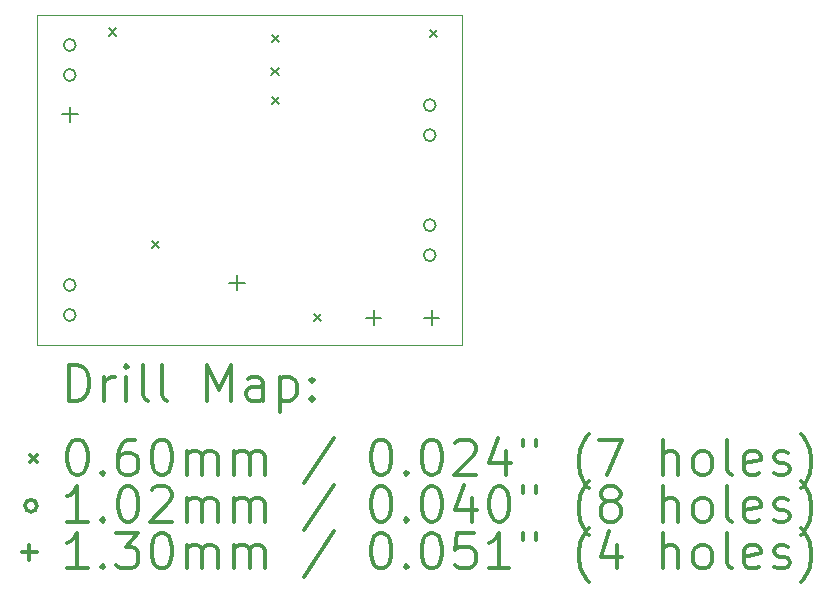
<source format=gbr>
%FSLAX45Y45*%
G04 Gerber Fmt 4.5, Leading zero omitted, Abs format (unit mm)*
G04 Created by KiCad (PCBNEW 4.0.7) date 10/02/18 16:36:15*
%MOMM*%
%LPD*%
G01*
G04 APERTURE LIST*
%ADD10C,0.127000*%
%ADD11C,0.025400*%
%ADD12C,0.200000*%
%ADD13C,0.300000*%
G04 APERTURE END LIST*
D10*
D11*
X12400000Y-11500000D02*
X12400000Y-8700000D01*
X16000000Y-11500000D02*
X12400000Y-11500000D01*
X16000000Y-8700000D02*
X16000000Y-11500000D01*
X12400000Y-8700000D02*
X16000000Y-8700000D01*
D12*
X13005000Y-8817000D02*
X13065000Y-8877000D01*
X13065000Y-8817000D02*
X13005000Y-8877000D01*
X13374000Y-10615000D02*
X13434000Y-10675000D01*
X13434000Y-10615000D02*
X13374000Y-10675000D01*
X14384000Y-9151000D02*
X14444000Y-9211000D01*
X14444000Y-9151000D02*
X14384000Y-9211000D01*
X14386000Y-8872000D02*
X14446000Y-8932000D01*
X14446000Y-8872000D02*
X14386000Y-8932000D01*
X14391000Y-9396000D02*
X14451000Y-9456000D01*
X14451000Y-9396000D02*
X14391000Y-9456000D01*
X14747000Y-11234000D02*
X14807000Y-11294000D01*
X14807000Y-11234000D02*
X14747000Y-11294000D01*
X15724000Y-8832000D02*
X15784000Y-8892000D01*
X15784000Y-8832000D02*
X15724000Y-8892000D01*
X12726800Y-8957000D02*
G75*
G03X12726800Y-8957000I-50800J0D01*
G01*
X12726800Y-9211000D02*
G75*
G03X12726800Y-9211000I-50800J0D01*
G01*
X12726800Y-10989000D02*
G75*
G03X12726800Y-10989000I-50800J0D01*
G01*
X12726800Y-11243000D02*
G75*
G03X12726800Y-11243000I-50800J0D01*
G01*
X15774800Y-9466000D02*
G75*
G03X15774800Y-9466000I-50800J0D01*
G01*
X15774800Y-9720000D02*
G75*
G03X15774800Y-9720000I-50800J0D01*
G01*
X15774800Y-10482000D02*
G75*
G03X15774800Y-10482000I-50800J0D01*
G01*
X15774800Y-10736000D02*
G75*
G03X15774800Y-10736000I-50800J0D01*
G01*
X12678000Y-9478976D02*
X12678000Y-9609024D01*
X12612976Y-9544000D02*
X12743024Y-9544000D01*
X14093000Y-10903976D02*
X14093000Y-11034024D01*
X14027976Y-10969000D02*
X14158024Y-10969000D01*
X15248000Y-11200976D02*
X15248000Y-11331024D01*
X15182976Y-11266000D02*
X15313024Y-11266000D01*
X15741000Y-11199976D02*
X15741000Y-11330024D01*
X15675976Y-11265000D02*
X15806024Y-11265000D01*
D13*
X12670158Y-11966984D02*
X12670158Y-11666984D01*
X12741587Y-11666984D01*
X12784444Y-11681270D01*
X12813016Y-11709841D01*
X12827301Y-11738413D01*
X12841587Y-11795556D01*
X12841587Y-11838413D01*
X12827301Y-11895556D01*
X12813016Y-11924127D01*
X12784444Y-11952699D01*
X12741587Y-11966984D01*
X12670158Y-11966984D01*
X12970158Y-11966984D02*
X12970158Y-11766984D01*
X12970158Y-11824127D02*
X12984444Y-11795556D01*
X12998730Y-11781270D01*
X13027301Y-11766984D01*
X13055873Y-11766984D01*
X13155873Y-11966984D02*
X13155873Y-11766984D01*
X13155873Y-11666984D02*
X13141587Y-11681270D01*
X13155873Y-11695556D01*
X13170158Y-11681270D01*
X13155873Y-11666984D01*
X13155873Y-11695556D01*
X13341587Y-11966984D02*
X13313016Y-11952699D01*
X13298730Y-11924127D01*
X13298730Y-11666984D01*
X13498730Y-11966984D02*
X13470158Y-11952699D01*
X13455873Y-11924127D01*
X13455873Y-11666984D01*
X13841587Y-11966984D02*
X13841587Y-11666984D01*
X13941587Y-11881270D01*
X14041587Y-11666984D01*
X14041587Y-11966984D01*
X14313016Y-11966984D02*
X14313016Y-11809841D01*
X14298730Y-11781270D01*
X14270158Y-11766984D01*
X14213016Y-11766984D01*
X14184444Y-11781270D01*
X14313016Y-11952699D02*
X14284444Y-11966984D01*
X14213016Y-11966984D01*
X14184444Y-11952699D01*
X14170158Y-11924127D01*
X14170158Y-11895556D01*
X14184444Y-11866984D01*
X14213016Y-11852699D01*
X14284444Y-11852699D01*
X14313016Y-11838413D01*
X14455873Y-11766984D02*
X14455873Y-12066984D01*
X14455873Y-11781270D02*
X14484444Y-11766984D01*
X14541587Y-11766984D01*
X14570158Y-11781270D01*
X14584444Y-11795556D01*
X14598730Y-11824127D01*
X14598730Y-11909841D01*
X14584444Y-11938413D01*
X14570158Y-11952699D01*
X14541587Y-11966984D01*
X14484444Y-11966984D01*
X14455873Y-11952699D01*
X14727301Y-11938413D02*
X14741587Y-11952699D01*
X14727301Y-11966984D01*
X14713016Y-11952699D01*
X14727301Y-11938413D01*
X14727301Y-11966984D01*
X14727301Y-11781270D02*
X14741587Y-11795556D01*
X14727301Y-11809841D01*
X14713016Y-11795556D01*
X14727301Y-11781270D01*
X14727301Y-11809841D01*
X12338730Y-12431270D02*
X12398730Y-12491270D01*
X12398730Y-12431270D02*
X12338730Y-12491270D01*
X12727301Y-12296984D02*
X12755873Y-12296984D01*
X12784444Y-12311270D01*
X12798730Y-12325556D01*
X12813016Y-12354127D01*
X12827301Y-12411270D01*
X12827301Y-12482699D01*
X12813016Y-12539841D01*
X12798730Y-12568413D01*
X12784444Y-12582699D01*
X12755873Y-12596984D01*
X12727301Y-12596984D01*
X12698730Y-12582699D01*
X12684444Y-12568413D01*
X12670158Y-12539841D01*
X12655873Y-12482699D01*
X12655873Y-12411270D01*
X12670158Y-12354127D01*
X12684444Y-12325556D01*
X12698730Y-12311270D01*
X12727301Y-12296984D01*
X12955873Y-12568413D02*
X12970158Y-12582699D01*
X12955873Y-12596984D01*
X12941587Y-12582699D01*
X12955873Y-12568413D01*
X12955873Y-12596984D01*
X13227301Y-12296984D02*
X13170158Y-12296984D01*
X13141587Y-12311270D01*
X13127301Y-12325556D01*
X13098730Y-12368413D01*
X13084444Y-12425556D01*
X13084444Y-12539841D01*
X13098730Y-12568413D01*
X13113016Y-12582699D01*
X13141587Y-12596984D01*
X13198730Y-12596984D01*
X13227301Y-12582699D01*
X13241587Y-12568413D01*
X13255873Y-12539841D01*
X13255873Y-12468413D01*
X13241587Y-12439841D01*
X13227301Y-12425556D01*
X13198730Y-12411270D01*
X13141587Y-12411270D01*
X13113016Y-12425556D01*
X13098730Y-12439841D01*
X13084444Y-12468413D01*
X13441587Y-12296984D02*
X13470158Y-12296984D01*
X13498730Y-12311270D01*
X13513016Y-12325556D01*
X13527301Y-12354127D01*
X13541587Y-12411270D01*
X13541587Y-12482699D01*
X13527301Y-12539841D01*
X13513016Y-12568413D01*
X13498730Y-12582699D01*
X13470158Y-12596984D01*
X13441587Y-12596984D01*
X13413016Y-12582699D01*
X13398730Y-12568413D01*
X13384444Y-12539841D01*
X13370158Y-12482699D01*
X13370158Y-12411270D01*
X13384444Y-12354127D01*
X13398730Y-12325556D01*
X13413016Y-12311270D01*
X13441587Y-12296984D01*
X13670158Y-12596984D02*
X13670158Y-12396984D01*
X13670158Y-12425556D02*
X13684444Y-12411270D01*
X13713016Y-12396984D01*
X13755873Y-12396984D01*
X13784444Y-12411270D01*
X13798730Y-12439841D01*
X13798730Y-12596984D01*
X13798730Y-12439841D02*
X13813016Y-12411270D01*
X13841587Y-12396984D01*
X13884444Y-12396984D01*
X13913016Y-12411270D01*
X13927301Y-12439841D01*
X13927301Y-12596984D01*
X14070158Y-12596984D02*
X14070158Y-12396984D01*
X14070158Y-12425556D02*
X14084444Y-12411270D01*
X14113016Y-12396984D01*
X14155873Y-12396984D01*
X14184444Y-12411270D01*
X14198730Y-12439841D01*
X14198730Y-12596984D01*
X14198730Y-12439841D02*
X14213016Y-12411270D01*
X14241587Y-12396984D01*
X14284444Y-12396984D01*
X14313016Y-12411270D01*
X14327301Y-12439841D01*
X14327301Y-12596984D01*
X14913016Y-12282699D02*
X14655873Y-12668413D01*
X15298730Y-12296984D02*
X15327301Y-12296984D01*
X15355873Y-12311270D01*
X15370158Y-12325556D01*
X15384444Y-12354127D01*
X15398730Y-12411270D01*
X15398730Y-12482699D01*
X15384444Y-12539841D01*
X15370158Y-12568413D01*
X15355873Y-12582699D01*
X15327301Y-12596984D01*
X15298730Y-12596984D01*
X15270158Y-12582699D01*
X15255873Y-12568413D01*
X15241587Y-12539841D01*
X15227301Y-12482699D01*
X15227301Y-12411270D01*
X15241587Y-12354127D01*
X15255873Y-12325556D01*
X15270158Y-12311270D01*
X15298730Y-12296984D01*
X15527301Y-12568413D02*
X15541587Y-12582699D01*
X15527301Y-12596984D01*
X15513016Y-12582699D01*
X15527301Y-12568413D01*
X15527301Y-12596984D01*
X15727301Y-12296984D02*
X15755873Y-12296984D01*
X15784444Y-12311270D01*
X15798730Y-12325556D01*
X15813015Y-12354127D01*
X15827301Y-12411270D01*
X15827301Y-12482699D01*
X15813015Y-12539841D01*
X15798730Y-12568413D01*
X15784444Y-12582699D01*
X15755873Y-12596984D01*
X15727301Y-12596984D01*
X15698730Y-12582699D01*
X15684444Y-12568413D01*
X15670158Y-12539841D01*
X15655873Y-12482699D01*
X15655873Y-12411270D01*
X15670158Y-12354127D01*
X15684444Y-12325556D01*
X15698730Y-12311270D01*
X15727301Y-12296984D01*
X15941587Y-12325556D02*
X15955873Y-12311270D01*
X15984444Y-12296984D01*
X16055873Y-12296984D01*
X16084444Y-12311270D01*
X16098730Y-12325556D01*
X16113015Y-12354127D01*
X16113015Y-12382699D01*
X16098730Y-12425556D01*
X15927301Y-12596984D01*
X16113015Y-12596984D01*
X16370158Y-12396984D02*
X16370158Y-12596984D01*
X16298730Y-12282699D02*
X16227301Y-12496984D01*
X16413015Y-12496984D01*
X16513016Y-12296984D02*
X16513016Y-12354127D01*
X16627301Y-12296984D02*
X16627301Y-12354127D01*
X17070158Y-12711270D02*
X17055873Y-12696984D01*
X17027301Y-12654127D01*
X17013016Y-12625556D01*
X16998730Y-12582699D01*
X16984444Y-12511270D01*
X16984444Y-12454127D01*
X16998730Y-12382699D01*
X17013016Y-12339841D01*
X17027301Y-12311270D01*
X17055873Y-12268413D01*
X17070158Y-12254127D01*
X17155873Y-12296984D02*
X17355873Y-12296984D01*
X17227301Y-12596984D01*
X17698730Y-12596984D02*
X17698730Y-12296984D01*
X17827301Y-12596984D02*
X17827301Y-12439841D01*
X17813016Y-12411270D01*
X17784444Y-12396984D01*
X17741587Y-12396984D01*
X17713016Y-12411270D01*
X17698730Y-12425556D01*
X18013016Y-12596984D02*
X17984444Y-12582699D01*
X17970158Y-12568413D01*
X17955873Y-12539841D01*
X17955873Y-12454127D01*
X17970158Y-12425556D01*
X17984444Y-12411270D01*
X18013016Y-12396984D01*
X18055873Y-12396984D01*
X18084444Y-12411270D01*
X18098730Y-12425556D01*
X18113016Y-12454127D01*
X18113016Y-12539841D01*
X18098730Y-12568413D01*
X18084444Y-12582699D01*
X18055873Y-12596984D01*
X18013016Y-12596984D01*
X18284444Y-12596984D02*
X18255873Y-12582699D01*
X18241587Y-12554127D01*
X18241587Y-12296984D01*
X18513016Y-12582699D02*
X18484444Y-12596984D01*
X18427301Y-12596984D01*
X18398730Y-12582699D01*
X18384444Y-12554127D01*
X18384444Y-12439841D01*
X18398730Y-12411270D01*
X18427301Y-12396984D01*
X18484444Y-12396984D01*
X18513016Y-12411270D01*
X18527301Y-12439841D01*
X18527301Y-12468413D01*
X18384444Y-12496984D01*
X18641587Y-12582699D02*
X18670159Y-12596984D01*
X18727301Y-12596984D01*
X18755873Y-12582699D01*
X18770159Y-12554127D01*
X18770159Y-12539841D01*
X18755873Y-12511270D01*
X18727301Y-12496984D01*
X18684444Y-12496984D01*
X18655873Y-12482699D01*
X18641587Y-12454127D01*
X18641587Y-12439841D01*
X18655873Y-12411270D01*
X18684444Y-12396984D01*
X18727301Y-12396984D01*
X18755873Y-12411270D01*
X18870158Y-12711270D02*
X18884444Y-12696984D01*
X18913016Y-12654127D01*
X18927301Y-12625556D01*
X18941587Y-12582699D01*
X18955873Y-12511270D01*
X18955873Y-12454127D01*
X18941587Y-12382699D01*
X18927301Y-12339841D01*
X18913016Y-12311270D01*
X18884444Y-12268413D01*
X18870158Y-12254127D01*
X12398730Y-12857270D02*
G75*
G03X12398730Y-12857270I-50800J0D01*
G01*
X12827301Y-12992984D02*
X12655873Y-12992984D01*
X12741587Y-12992984D02*
X12741587Y-12692984D01*
X12713016Y-12735841D01*
X12684444Y-12764413D01*
X12655873Y-12778699D01*
X12955873Y-12964413D02*
X12970158Y-12978699D01*
X12955873Y-12992984D01*
X12941587Y-12978699D01*
X12955873Y-12964413D01*
X12955873Y-12992984D01*
X13155873Y-12692984D02*
X13184444Y-12692984D01*
X13213016Y-12707270D01*
X13227301Y-12721556D01*
X13241587Y-12750127D01*
X13255873Y-12807270D01*
X13255873Y-12878699D01*
X13241587Y-12935841D01*
X13227301Y-12964413D01*
X13213016Y-12978699D01*
X13184444Y-12992984D01*
X13155873Y-12992984D01*
X13127301Y-12978699D01*
X13113016Y-12964413D01*
X13098730Y-12935841D01*
X13084444Y-12878699D01*
X13084444Y-12807270D01*
X13098730Y-12750127D01*
X13113016Y-12721556D01*
X13127301Y-12707270D01*
X13155873Y-12692984D01*
X13370158Y-12721556D02*
X13384444Y-12707270D01*
X13413016Y-12692984D01*
X13484444Y-12692984D01*
X13513016Y-12707270D01*
X13527301Y-12721556D01*
X13541587Y-12750127D01*
X13541587Y-12778699D01*
X13527301Y-12821556D01*
X13355873Y-12992984D01*
X13541587Y-12992984D01*
X13670158Y-12992984D02*
X13670158Y-12792984D01*
X13670158Y-12821556D02*
X13684444Y-12807270D01*
X13713016Y-12792984D01*
X13755873Y-12792984D01*
X13784444Y-12807270D01*
X13798730Y-12835841D01*
X13798730Y-12992984D01*
X13798730Y-12835841D02*
X13813016Y-12807270D01*
X13841587Y-12792984D01*
X13884444Y-12792984D01*
X13913016Y-12807270D01*
X13927301Y-12835841D01*
X13927301Y-12992984D01*
X14070158Y-12992984D02*
X14070158Y-12792984D01*
X14070158Y-12821556D02*
X14084444Y-12807270D01*
X14113016Y-12792984D01*
X14155873Y-12792984D01*
X14184444Y-12807270D01*
X14198730Y-12835841D01*
X14198730Y-12992984D01*
X14198730Y-12835841D02*
X14213016Y-12807270D01*
X14241587Y-12792984D01*
X14284444Y-12792984D01*
X14313016Y-12807270D01*
X14327301Y-12835841D01*
X14327301Y-12992984D01*
X14913016Y-12678699D02*
X14655873Y-13064413D01*
X15298730Y-12692984D02*
X15327301Y-12692984D01*
X15355873Y-12707270D01*
X15370158Y-12721556D01*
X15384444Y-12750127D01*
X15398730Y-12807270D01*
X15398730Y-12878699D01*
X15384444Y-12935841D01*
X15370158Y-12964413D01*
X15355873Y-12978699D01*
X15327301Y-12992984D01*
X15298730Y-12992984D01*
X15270158Y-12978699D01*
X15255873Y-12964413D01*
X15241587Y-12935841D01*
X15227301Y-12878699D01*
X15227301Y-12807270D01*
X15241587Y-12750127D01*
X15255873Y-12721556D01*
X15270158Y-12707270D01*
X15298730Y-12692984D01*
X15527301Y-12964413D02*
X15541587Y-12978699D01*
X15527301Y-12992984D01*
X15513016Y-12978699D01*
X15527301Y-12964413D01*
X15527301Y-12992984D01*
X15727301Y-12692984D02*
X15755873Y-12692984D01*
X15784444Y-12707270D01*
X15798730Y-12721556D01*
X15813015Y-12750127D01*
X15827301Y-12807270D01*
X15827301Y-12878699D01*
X15813015Y-12935841D01*
X15798730Y-12964413D01*
X15784444Y-12978699D01*
X15755873Y-12992984D01*
X15727301Y-12992984D01*
X15698730Y-12978699D01*
X15684444Y-12964413D01*
X15670158Y-12935841D01*
X15655873Y-12878699D01*
X15655873Y-12807270D01*
X15670158Y-12750127D01*
X15684444Y-12721556D01*
X15698730Y-12707270D01*
X15727301Y-12692984D01*
X16084444Y-12792984D02*
X16084444Y-12992984D01*
X16013015Y-12678699D02*
X15941587Y-12892984D01*
X16127301Y-12892984D01*
X16298730Y-12692984D02*
X16327301Y-12692984D01*
X16355873Y-12707270D01*
X16370158Y-12721556D01*
X16384444Y-12750127D01*
X16398730Y-12807270D01*
X16398730Y-12878699D01*
X16384444Y-12935841D01*
X16370158Y-12964413D01*
X16355873Y-12978699D01*
X16327301Y-12992984D01*
X16298730Y-12992984D01*
X16270158Y-12978699D01*
X16255873Y-12964413D01*
X16241587Y-12935841D01*
X16227301Y-12878699D01*
X16227301Y-12807270D01*
X16241587Y-12750127D01*
X16255873Y-12721556D01*
X16270158Y-12707270D01*
X16298730Y-12692984D01*
X16513016Y-12692984D02*
X16513016Y-12750127D01*
X16627301Y-12692984D02*
X16627301Y-12750127D01*
X17070158Y-13107270D02*
X17055873Y-13092984D01*
X17027301Y-13050127D01*
X17013016Y-13021556D01*
X16998730Y-12978699D01*
X16984444Y-12907270D01*
X16984444Y-12850127D01*
X16998730Y-12778699D01*
X17013016Y-12735841D01*
X17027301Y-12707270D01*
X17055873Y-12664413D01*
X17070158Y-12650127D01*
X17227301Y-12821556D02*
X17198730Y-12807270D01*
X17184444Y-12792984D01*
X17170158Y-12764413D01*
X17170158Y-12750127D01*
X17184444Y-12721556D01*
X17198730Y-12707270D01*
X17227301Y-12692984D01*
X17284444Y-12692984D01*
X17313016Y-12707270D01*
X17327301Y-12721556D01*
X17341587Y-12750127D01*
X17341587Y-12764413D01*
X17327301Y-12792984D01*
X17313016Y-12807270D01*
X17284444Y-12821556D01*
X17227301Y-12821556D01*
X17198730Y-12835841D01*
X17184444Y-12850127D01*
X17170158Y-12878699D01*
X17170158Y-12935841D01*
X17184444Y-12964413D01*
X17198730Y-12978699D01*
X17227301Y-12992984D01*
X17284444Y-12992984D01*
X17313016Y-12978699D01*
X17327301Y-12964413D01*
X17341587Y-12935841D01*
X17341587Y-12878699D01*
X17327301Y-12850127D01*
X17313016Y-12835841D01*
X17284444Y-12821556D01*
X17698730Y-12992984D02*
X17698730Y-12692984D01*
X17827301Y-12992984D02*
X17827301Y-12835841D01*
X17813016Y-12807270D01*
X17784444Y-12792984D01*
X17741587Y-12792984D01*
X17713016Y-12807270D01*
X17698730Y-12821556D01*
X18013016Y-12992984D02*
X17984444Y-12978699D01*
X17970158Y-12964413D01*
X17955873Y-12935841D01*
X17955873Y-12850127D01*
X17970158Y-12821556D01*
X17984444Y-12807270D01*
X18013016Y-12792984D01*
X18055873Y-12792984D01*
X18084444Y-12807270D01*
X18098730Y-12821556D01*
X18113016Y-12850127D01*
X18113016Y-12935841D01*
X18098730Y-12964413D01*
X18084444Y-12978699D01*
X18055873Y-12992984D01*
X18013016Y-12992984D01*
X18284444Y-12992984D02*
X18255873Y-12978699D01*
X18241587Y-12950127D01*
X18241587Y-12692984D01*
X18513016Y-12978699D02*
X18484444Y-12992984D01*
X18427301Y-12992984D01*
X18398730Y-12978699D01*
X18384444Y-12950127D01*
X18384444Y-12835841D01*
X18398730Y-12807270D01*
X18427301Y-12792984D01*
X18484444Y-12792984D01*
X18513016Y-12807270D01*
X18527301Y-12835841D01*
X18527301Y-12864413D01*
X18384444Y-12892984D01*
X18641587Y-12978699D02*
X18670159Y-12992984D01*
X18727301Y-12992984D01*
X18755873Y-12978699D01*
X18770159Y-12950127D01*
X18770159Y-12935841D01*
X18755873Y-12907270D01*
X18727301Y-12892984D01*
X18684444Y-12892984D01*
X18655873Y-12878699D01*
X18641587Y-12850127D01*
X18641587Y-12835841D01*
X18655873Y-12807270D01*
X18684444Y-12792984D01*
X18727301Y-12792984D01*
X18755873Y-12807270D01*
X18870158Y-13107270D02*
X18884444Y-13092984D01*
X18913016Y-13050127D01*
X18927301Y-13021556D01*
X18941587Y-12978699D01*
X18955873Y-12907270D01*
X18955873Y-12850127D01*
X18941587Y-12778699D01*
X18927301Y-12735841D01*
X18913016Y-12707270D01*
X18884444Y-12664413D01*
X18870158Y-12650127D01*
X12333706Y-13188246D02*
X12333706Y-13318294D01*
X12268682Y-13253270D02*
X12398730Y-13253270D01*
X12827301Y-13388984D02*
X12655873Y-13388984D01*
X12741587Y-13388984D02*
X12741587Y-13088984D01*
X12713016Y-13131841D01*
X12684444Y-13160413D01*
X12655873Y-13174699D01*
X12955873Y-13360413D02*
X12970158Y-13374699D01*
X12955873Y-13388984D01*
X12941587Y-13374699D01*
X12955873Y-13360413D01*
X12955873Y-13388984D01*
X13070158Y-13088984D02*
X13255873Y-13088984D01*
X13155873Y-13203270D01*
X13198730Y-13203270D01*
X13227301Y-13217556D01*
X13241587Y-13231841D01*
X13255873Y-13260413D01*
X13255873Y-13331841D01*
X13241587Y-13360413D01*
X13227301Y-13374699D01*
X13198730Y-13388984D01*
X13113016Y-13388984D01*
X13084444Y-13374699D01*
X13070158Y-13360413D01*
X13441587Y-13088984D02*
X13470158Y-13088984D01*
X13498730Y-13103270D01*
X13513016Y-13117556D01*
X13527301Y-13146127D01*
X13541587Y-13203270D01*
X13541587Y-13274699D01*
X13527301Y-13331841D01*
X13513016Y-13360413D01*
X13498730Y-13374699D01*
X13470158Y-13388984D01*
X13441587Y-13388984D01*
X13413016Y-13374699D01*
X13398730Y-13360413D01*
X13384444Y-13331841D01*
X13370158Y-13274699D01*
X13370158Y-13203270D01*
X13384444Y-13146127D01*
X13398730Y-13117556D01*
X13413016Y-13103270D01*
X13441587Y-13088984D01*
X13670158Y-13388984D02*
X13670158Y-13188984D01*
X13670158Y-13217556D02*
X13684444Y-13203270D01*
X13713016Y-13188984D01*
X13755873Y-13188984D01*
X13784444Y-13203270D01*
X13798730Y-13231841D01*
X13798730Y-13388984D01*
X13798730Y-13231841D02*
X13813016Y-13203270D01*
X13841587Y-13188984D01*
X13884444Y-13188984D01*
X13913016Y-13203270D01*
X13927301Y-13231841D01*
X13927301Y-13388984D01*
X14070158Y-13388984D02*
X14070158Y-13188984D01*
X14070158Y-13217556D02*
X14084444Y-13203270D01*
X14113016Y-13188984D01*
X14155873Y-13188984D01*
X14184444Y-13203270D01*
X14198730Y-13231841D01*
X14198730Y-13388984D01*
X14198730Y-13231841D02*
X14213016Y-13203270D01*
X14241587Y-13188984D01*
X14284444Y-13188984D01*
X14313016Y-13203270D01*
X14327301Y-13231841D01*
X14327301Y-13388984D01*
X14913016Y-13074699D02*
X14655873Y-13460413D01*
X15298730Y-13088984D02*
X15327301Y-13088984D01*
X15355873Y-13103270D01*
X15370158Y-13117556D01*
X15384444Y-13146127D01*
X15398730Y-13203270D01*
X15398730Y-13274699D01*
X15384444Y-13331841D01*
X15370158Y-13360413D01*
X15355873Y-13374699D01*
X15327301Y-13388984D01*
X15298730Y-13388984D01*
X15270158Y-13374699D01*
X15255873Y-13360413D01*
X15241587Y-13331841D01*
X15227301Y-13274699D01*
X15227301Y-13203270D01*
X15241587Y-13146127D01*
X15255873Y-13117556D01*
X15270158Y-13103270D01*
X15298730Y-13088984D01*
X15527301Y-13360413D02*
X15541587Y-13374699D01*
X15527301Y-13388984D01*
X15513016Y-13374699D01*
X15527301Y-13360413D01*
X15527301Y-13388984D01*
X15727301Y-13088984D02*
X15755873Y-13088984D01*
X15784444Y-13103270D01*
X15798730Y-13117556D01*
X15813015Y-13146127D01*
X15827301Y-13203270D01*
X15827301Y-13274699D01*
X15813015Y-13331841D01*
X15798730Y-13360413D01*
X15784444Y-13374699D01*
X15755873Y-13388984D01*
X15727301Y-13388984D01*
X15698730Y-13374699D01*
X15684444Y-13360413D01*
X15670158Y-13331841D01*
X15655873Y-13274699D01*
X15655873Y-13203270D01*
X15670158Y-13146127D01*
X15684444Y-13117556D01*
X15698730Y-13103270D01*
X15727301Y-13088984D01*
X16098730Y-13088984D02*
X15955873Y-13088984D01*
X15941587Y-13231841D01*
X15955873Y-13217556D01*
X15984444Y-13203270D01*
X16055873Y-13203270D01*
X16084444Y-13217556D01*
X16098730Y-13231841D01*
X16113015Y-13260413D01*
X16113015Y-13331841D01*
X16098730Y-13360413D01*
X16084444Y-13374699D01*
X16055873Y-13388984D01*
X15984444Y-13388984D01*
X15955873Y-13374699D01*
X15941587Y-13360413D01*
X16398730Y-13388984D02*
X16227301Y-13388984D01*
X16313015Y-13388984D02*
X16313015Y-13088984D01*
X16284444Y-13131841D01*
X16255873Y-13160413D01*
X16227301Y-13174699D01*
X16513016Y-13088984D02*
X16513016Y-13146127D01*
X16627301Y-13088984D02*
X16627301Y-13146127D01*
X17070158Y-13503270D02*
X17055873Y-13488984D01*
X17027301Y-13446127D01*
X17013016Y-13417556D01*
X16998730Y-13374699D01*
X16984444Y-13303270D01*
X16984444Y-13246127D01*
X16998730Y-13174699D01*
X17013016Y-13131841D01*
X17027301Y-13103270D01*
X17055873Y-13060413D01*
X17070158Y-13046127D01*
X17313016Y-13188984D02*
X17313016Y-13388984D01*
X17241587Y-13074699D02*
X17170158Y-13288984D01*
X17355873Y-13288984D01*
X17698730Y-13388984D02*
X17698730Y-13088984D01*
X17827301Y-13388984D02*
X17827301Y-13231841D01*
X17813016Y-13203270D01*
X17784444Y-13188984D01*
X17741587Y-13188984D01*
X17713016Y-13203270D01*
X17698730Y-13217556D01*
X18013016Y-13388984D02*
X17984444Y-13374699D01*
X17970158Y-13360413D01*
X17955873Y-13331841D01*
X17955873Y-13246127D01*
X17970158Y-13217556D01*
X17984444Y-13203270D01*
X18013016Y-13188984D01*
X18055873Y-13188984D01*
X18084444Y-13203270D01*
X18098730Y-13217556D01*
X18113016Y-13246127D01*
X18113016Y-13331841D01*
X18098730Y-13360413D01*
X18084444Y-13374699D01*
X18055873Y-13388984D01*
X18013016Y-13388984D01*
X18284444Y-13388984D02*
X18255873Y-13374699D01*
X18241587Y-13346127D01*
X18241587Y-13088984D01*
X18513016Y-13374699D02*
X18484444Y-13388984D01*
X18427301Y-13388984D01*
X18398730Y-13374699D01*
X18384444Y-13346127D01*
X18384444Y-13231841D01*
X18398730Y-13203270D01*
X18427301Y-13188984D01*
X18484444Y-13188984D01*
X18513016Y-13203270D01*
X18527301Y-13231841D01*
X18527301Y-13260413D01*
X18384444Y-13288984D01*
X18641587Y-13374699D02*
X18670159Y-13388984D01*
X18727301Y-13388984D01*
X18755873Y-13374699D01*
X18770159Y-13346127D01*
X18770159Y-13331841D01*
X18755873Y-13303270D01*
X18727301Y-13288984D01*
X18684444Y-13288984D01*
X18655873Y-13274699D01*
X18641587Y-13246127D01*
X18641587Y-13231841D01*
X18655873Y-13203270D01*
X18684444Y-13188984D01*
X18727301Y-13188984D01*
X18755873Y-13203270D01*
X18870158Y-13503270D02*
X18884444Y-13488984D01*
X18913016Y-13446127D01*
X18927301Y-13417556D01*
X18941587Y-13374699D01*
X18955873Y-13303270D01*
X18955873Y-13246127D01*
X18941587Y-13174699D01*
X18927301Y-13131841D01*
X18913016Y-13103270D01*
X18884444Y-13060413D01*
X18870158Y-13046127D01*
M02*

</source>
